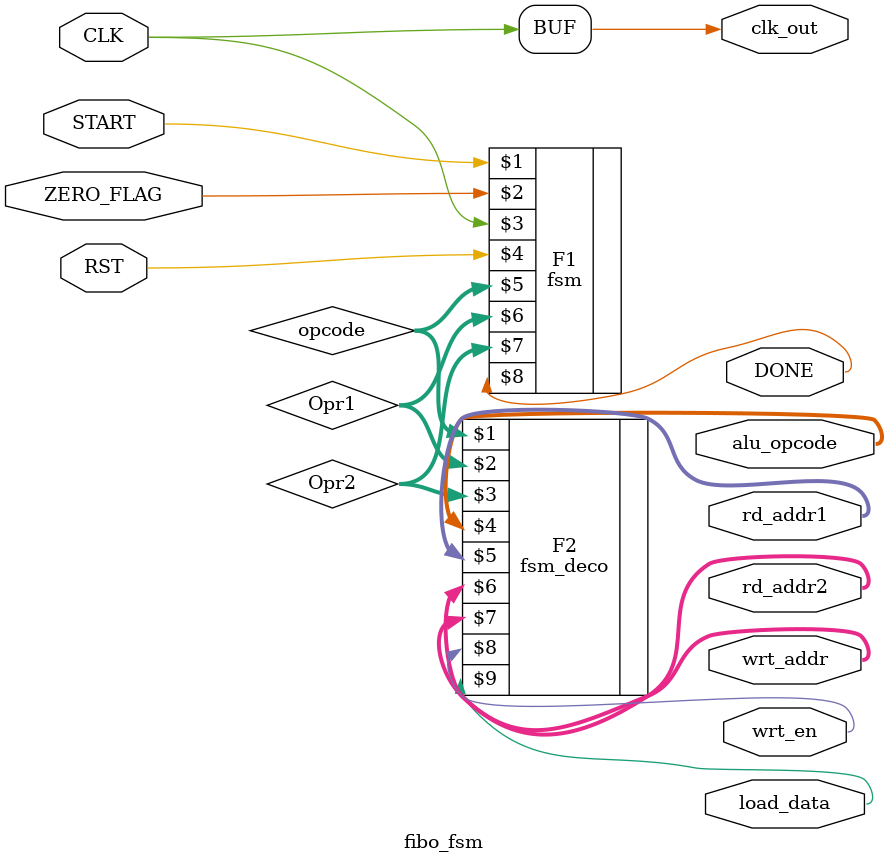
<source format=v>
module fibo_fsm (START, CLK, ZERO_FLAG, RST, DONE, alu_opcode, rd_addr1, rd_addr2, wrt_addr, wrt_en, clk_out, load_data);
    parameter SIZE = 4;
    output [SIZE-3:0] rd_addr1, rd_addr2, wrt_addr;
    output [SIZE-2:0] alu_opcode;
    output DONE, wrt_en, clk_out, load_data;
    input START, CLK, ZERO_FLAG, RST;

    wire [SIZE-2:0] opcode;
    wire [SIZE-3:0] Opr1, Opr2;

    // Instantiate main FSM
    fsm F1 (START, ZERO_FLAG, CLK, RST, opcode, Opr1, Opr2, DONE);

    // Instantiate FSM Decoder
    fsm_deco F2 (opcode, Opr1, Opr2, alu_opcode, rd_addr1, rd_addr2, wrt_addr, wrt_en, load_data);

    assign clk_out = CLK;

endmodule

</source>
